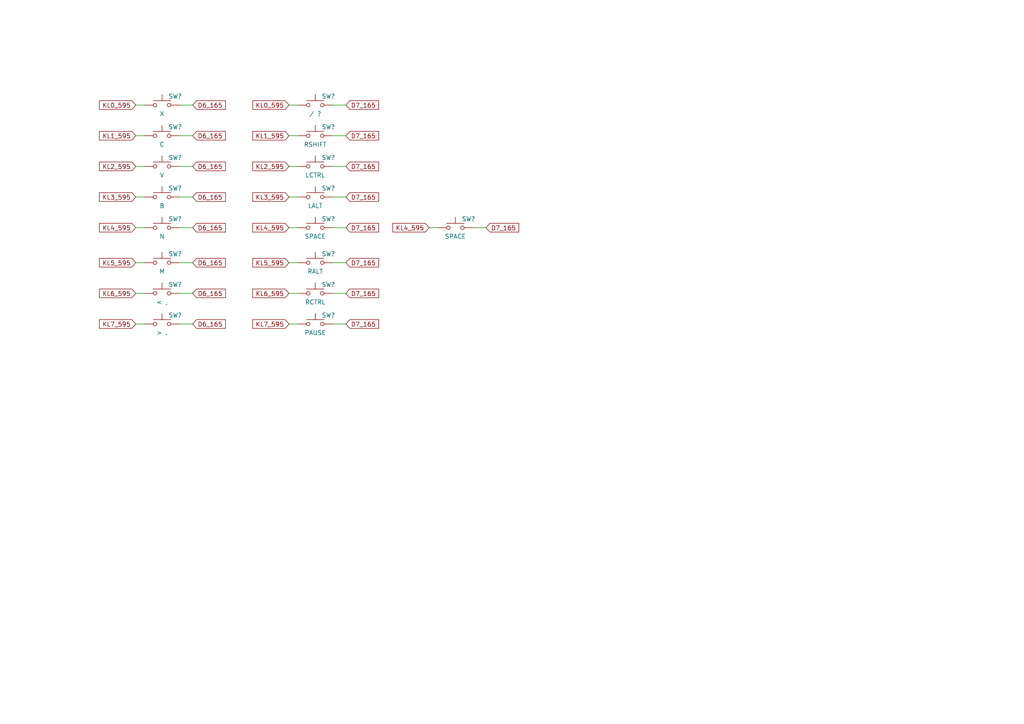
<source format=kicad_sch>
(kicad_sch (version 20211123) (generator eeschema)

  (uuid 10a62cb7-9ea3-41a0-9781-18280c18435a)

  (paper "A4")

  (lib_symbols
    (symbol "Switch:SW_Push" (pin_numbers hide) (pin_names (offset 1.016) hide) (in_bom yes) (on_board yes)
      (property "Reference" "SW" (id 0) (at 1.27 2.54 0)
        (effects (font (size 1.27 1.27)) (justify left))
      )
      (property "Value" "SW_Push" (id 1) (at 0 -1.524 0)
        (effects (font (size 1.27 1.27)))
      )
      (property "Footprint" "" (id 2) (at 0 5.08 0)
        (effects (font (size 1.27 1.27)) hide)
      )
      (property "Datasheet" "~" (id 3) (at 0 5.08 0)
        (effects (font (size 1.27 1.27)) hide)
      )
      (property "ki_keywords" "switch normally-open pushbutton push-button" (id 4) (at 0 0 0)
        (effects (font (size 1.27 1.27)) hide)
      )
      (property "ki_description" "Push button switch, generic, two pins" (id 5) (at 0 0 0)
        (effects (font (size 1.27 1.27)) hide)
      )
      (symbol "SW_Push_0_1"
        (circle (center -2.032 0) (radius 0.508)
          (stroke (width 0) (type default) (color 0 0 0 0))
          (fill (type none))
        )
        (polyline
          (pts
            (xy 0 1.27)
            (xy 0 3.048)
          )
          (stroke (width 0) (type default) (color 0 0 0 0))
          (fill (type none))
        )
        (polyline
          (pts
            (xy 2.54 1.27)
            (xy -2.54 1.27)
          )
          (stroke (width 0) (type default) (color 0 0 0 0))
          (fill (type none))
        )
        (circle (center 2.032 0) (radius 0.508)
          (stroke (width 0) (type default) (color 0 0 0 0))
          (fill (type none))
        )
        (pin passive line (at -5.08 0 0) (length 2.54)
          (name "1" (effects (font (size 1.27 1.27))))
          (number "1" (effects (font (size 1.27 1.27))))
        )
        (pin passive line (at 5.08 0 180) (length 2.54)
          (name "2" (effects (font (size 1.27 1.27))))
          (number "2" (effects (font (size 1.27 1.27))))
        )
      )
    )
  )


  (wire (pts (xy 83.82 76.2) (xy 86.36 76.2))
    (stroke (width 0) (type default) (color 0 0 0 0))
    (uuid 1069fb1c-1076-4ff0-bd35-3d9b118fde34)
  )
  (wire (pts (xy 96.52 93.98) (xy 100.33 93.98))
    (stroke (width 0) (type default) (color 0 0 0 0))
    (uuid 19a0ee55-5123-4633-8bdd-07426e3f8ccd)
  )
  (wire (pts (xy 137.16 66.04) (xy 140.97 66.04))
    (stroke (width 0) (type default) (color 0 0 0 0))
    (uuid 19ff2a53-5297-458c-9368-64ac8b7e1050)
  )
  (wire (pts (xy 39.37 39.37) (xy 41.91 39.37))
    (stroke (width 0) (type default) (color 0 0 0 0))
    (uuid 3d2a3c12-1483-4e09-82d4-3d5f130362f6)
  )
  (wire (pts (xy 52.07 76.2) (xy 55.88 76.2))
    (stroke (width 0) (type default) (color 0 0 0 0))
    (uuid 4109c296-5501-4610-876c-5db99f1d17dd)
  )
  (wire (pts (xy 83.82 30.48) (xy 86.36 30.48))
    (stroke (width 0) (type default) (color 0 0 0 0))
    (uuid 42b00490-8ebd-4c69-8a5c-03a1d058b7d2)
  )
  (wire (pts (xy 39.37 48.26) (xy 41.91 48.26))
    (stroke (width 0) (type default) (color 0 0 0 0))
    (uuid 42f5f39f-ca32-4ae9-9689-cf7f7c75792b)
  )
  (wire (pts (xy 52.07 66.04) (xy 55.88 66.04))
    (stroke (width 0) (type default) (color 0 0 0 0))
    (uuid 44026eb9-9bce-41d5-bd47-82eaa8d5f88d)
  )
  (wire (pts (xy 83.82 48.26) (xy 86.36 48.26))
    (stroke (width 0) (type default) (color 0 0 0 0))
    (uuid 5166bc67-037d-4af6-b627-29cd0b9c41a7)
  )
  (wire (pts (xy 52.07 85.09) (xy 55.88 85.09))
    (stroke (width 0) (type default) (color 0 0 0 0))
    (uuid 597f137f-0f5d-4e98-9bd9-c5e0f561908d)
  )
  (wire (pts (xy 52.07 48.26) (xy 55.88 48.26))
    (stroke (width 0) (type default) (color 0 0 0 0))
    (uuid 60b7af12-0a1d-4f61-8559-838a50a36713)
  )
  (wire (pts (xy 52.07 57.15) (xy 55.88 57.15))
    (stroke (width 0) (type default) (color 0 0 0 0))
    (uuid 665dfef1-3a4b-43b5-8dde-de6dd8a88358)
  )
  (wire (pts (xy 39.37 30.48) (xy 41.91 30.48))
    (stroke (width 0) (type default) (color 0 0 0 0))
    (uuid 6b5e8964-effe-4d3f-9f5e-efa9e3654d7a)
  )
  (wire (pts (xy 52.07 93.98) (xy 55.88 93.98))
    (stroke (width 0) (type default) (color 0 0 0 0))
    (uuid 6ee7f306-67ae-455c-93aa-c4d2eae079bb)
  )
  (wire (pts (xy 83.82 93.98) (xy 86.36 93.98))
    (stroke (width 0) (type default) (color 0 0 0 0))
    (uuid 6fd79c8b-3bd2-4d5c-8778-b6826b3bb761)
  )
  (wire (pts (xy 96.52 76.2) (xy 100.33 76.2))
    (stroke (width 0) (type default) (color 0 0 0 0))
    (uuid 70b930f7-ad11-4dfa-b884-47aeaaa0e64f)
  )
  (wire (pts (xy 83.82 39.37) (xy 86.36 39.37))
    (stroke (width 0) (type default) (color 0 0 0 0))
    (uuid 7a31b93f-6f3e-497d-a514-aca19401298b)
  )
  (wire (pts (xy 39.37 93.98) (xy 41.91 93.98))
    (stroke (width 0) (type default) (color 0 0 0 0))
    (uuid 7ba8a527-13d8-4dc7-97df-fe5a3ef04667)
  )
  (wire (pts (xy 96.52 85.09) (xy 100.33 85.09))
    (stroke (width 0) (type default) (color 0 0 0 0))
    (uuid 81444f1c-c98d-4595-b8ea-6f763fc538de)
  )
  (wire (pts (xy 96.52 57.15) (xy 100.33 57.15))
    (stroke (width 0) (type default) (color 0 0 0 0))
    (uuid 82c3e7fa-086d-400e-a578-c9270e71296f)
  )
  (wire (pts (xy 83.82 57.15) (xy 86.36 57.15))
    (stroke (width 0) (type default) (color 0 0 0 0))
    (uuid 83a0f9d9-15a3-45b0-8f2c-1f87b8e45e53)
  )
  (wire (pts (xy 124.46 66.04) (xy 127 66.04))
    (stroke (width 0) (type default) (color 0 0 0 0))
    (uuid 8ffbd386-373d-45cc-ae30-48a0c4e5ee5a)
  )
  (wire (pts (xy 39.37 57.15) (xy 41.91 57.15))
    (stroke (width 0) (type default) (color 0 0 0 0))
    (uuid 961694da-608a-4ae7-b55e-2d3777d9dac9)
  )
  (wire (pts (xy 39.37 76.2) (xy 41.91 76.2))
    (stroke (width 0) (type default) (color 0 0 0 0))
    (uuid 9ab5fd7b-a9d5-430f-a56c-16b7c472201a)
  )
  (wire (pts (xy 83.82 66.04) (xy 86.36 66.04))
    (stroke (width 0) (type default) (color 0 0 0 0))
    (uuid 9dbd7ed4-ea4d-496a-b441-4eb80f504cf5)
  )
  (wire (pts (xy 52.07 30.48) (xy 55.88 30.48))
    (stroke (width 0) (type default) (color 0 0 0 0))
    (uuid 9e27cc88-ad5a-4c5c-8129-12018faa8a2a)
  )
  (wire (pts (xy 83.82 85.09) (xy 86.36 85.09))
    (stroke (width 0) (type default) (color 0 0 0 0))
    (uuid a0d471ea-b10b-4b64-a469-1f365f2d5b91)
  )
  (wire (pts (xy 96.52 39.37) (xy 100.33 39.37))
    (stroke (width 0) (type default) (color 0 0 0 0))
    (uuid b0d9c239-f618-4cc8-8a8b-297565abf998)
  )
  (wire (pts (xy 96.52 48.26) (xy 100.33 48.26))
    (stroke (width 0) (type default) (color 0 0 0 0))
    (uuid becf2b27-345e-402e-98a4-fe66195eafd2)
  )
  (wire (pts (xy 39.37 85.09) (xy 41.91 85.09))
    (stroke (width 0) (type default) (color 0 0 0 0))
    (uuid c4532c7e-6abe-47b2-ba5e-f183207f179d)
  )
  (wire (pts (xy 96.52 66.04) (xy 100.33 66.04))
    (stroke (width 0) (type default) (color 0 0 0 0))
    (uuid d85245f4-dac5-4865-8c84-90a22786243d)
  )
  (wire (pts (xy 52.07 39.37) (xy 55.88 39.37))
    (stroke (width 0) (type default) (color 0 0 0 0))
    (uuid e1aa9d17-25b9-4d37-ae4d-f53576cc09fc)
  )
  (wire (pts (xy 39.37 66.04) (xy 41.91 66.04))
    (stroke (width 0) (type default) (color 0 0 0 0))
    (uuid e4426afd-8f33-49d3-9beb-640c62837f4b)
  )
  (wire (pts (xy 96.52 30.48) (xy 100.33 30.48))
    (stroke (width 0) (type default) (color 0 0 0 0))
    (uuid e95c8794-34e7-4c6d-b9ff-42f6b02f6ca3)
  )

  (global_label "D7_165" (shape input) (at 100.33 30.48 0) (fields_autoplaced)
    (effects (font (size 1.27 1.27)) (justify left))
    (uuid 0ab5cd59-db35-4eb7-b03d-ccc7a45adf3c)
    (property "Intersheet References" "${INTERSHEET_REFS}" (id 0) (at 109.8188 30.4006 0)
      (effects (font (size 1.27 1.27)) (justify left) hide)
    )
  )
  (global_label "D6_165" (shape input) (at 55.88 93.98 0) (fields_autoplaced)
    (effects (font (size 1.27 1.27)) (justify left))
    (uuid 166935b4-8eb0-4a2b-8d93-75493228ab12)
    (property "Intersheet References" "${INTERSHEET_REFS}" (id 0) (at 65.3688 93.9006 0)
      (effects (font (size 1.27 1.27)) (justify left) hide)
    )
  )
  (global_label "KL1_595" (shape input) (at 39.37 39.37 180) (fields_autoplaced)
    (effects (font (size 1.27 1.27)) (justify right))
    (uuid 190f8098-453c-4722-9bab-12c1f1df36b2)
    (property "Intersheet References" "${INTERSHEET_REFS}" (id 0) (at 28.8531 39.2906 0)
      (effects (font (size 1.27 1.27)) (justify right) hide)
    )
  )
  (global_label "KL4_595" (shape input) (at 83.82 66.04 180) (fields_autoplaced)
    (effects (font (size 1.27 1.27)) (justify right))
    (uuid 1ccbd141-17ab-4615-8cfe-3c23d83efa5b)
    (property "Intersheet References" "${INTERSHEET_REFS}" (id 0) (at 73.3031 65.9606 0)
      (effects (font (size 1.27 1.27)) (justify right) hide)
    )
  )
  (global_label "KL0_595" (shape input) (at 39.37 30.48 180) (fields_autoplaced)
    (effects (font (size 1.27 1.27)) (justify right))
    (uuid 2f4c06b1-d2c4-4baf-99cd-759dfbc9a0cb)
    (property "Intersheet References" "${INTERSHEET_REFS}" (id 0) (at 28.8531 30.4006 0)
      (effects (font (size 1.27 1.27)) (justify right) hide)
    )
  )
  (global_label "KL2_595" (shape input) (at 83.82 48.26 180) (fields_autoplaced)
    (effects (font (size 1.27 1.27)) (justify right))
    (uuid 3471d71e-d539-4be9-ad22-b06a64036381)
    (property "Intersheet References" "${INTERSHEET_REFS}" (id 0) (at 73.3031 48.1806 0)
      (effects (font (size 1.27 1.27)) (justify right) hide)
    )
  )
  (global_label "D6_165" (shape input) (at 55.88 76.2 0) (fields_autoplaced)
    (effects (font (size 1.27 1.27)) (justify left))
    (uuid 3963337e-dcbd-49aa-9f8b-a11eaa9a5bd9)
    (property "Intersheet References" "${INTERSHEET_REFS}" (id 0) (at 65.3688 76.1206 0)
      (effects (font (size 1.27 1.27)) (justify left) hide)
    )
  )
  (global_label "D7_165" (shape input) (at 100.33 85.09 0) (fields_autoplaced)
    (effects (font (size 1.27 1.27)) (justify left))
    (uuid 4cde1bed-b387-4a44-9fc1-a04e2ff716db)
    (property "Intersheet References" "${INTERSHEET_REFS}" (id 0) (at 109.8188 85.0106 0)
      (effects (font (size 1.27 1.27)) (justify left) hide)
    )
  )
  (global_label "D7_165" (shape input) (at 100.33 39.37 0) (fields_autoplaced)
    (effects (font (size 1.27 1.27)) (justify left))
    (uuid 56155ba3-5a7e-4b43-83be-0cf48e0d7d67)
    (property "Intersheet References" "${INTERSHEET_REFS}" (id 0) (at 109.8188 39.2906 0)
      (effects (font (size 1.27 1.27)) (justify left) hide)
    )
  )
  (global_label "D6_165" (shape input) (at 55.88 85.09 0) (fields_autoplaced)
    (effects (font (size 1.27 1.27)) (justify left))
    (uuid 5b854b8d-f4d9-4aca-ad3e-56e47e90c330)
    (property "Intersheet References" "${INTERSHEET_REFS}" (id 0) (at 65.3688 85.0106 0)
      (effects (font (size 1.27 1.27)) (justify left) hide)
    )
  )
  (global_label "D7_165" (shape input) (at 100.33 66.04 0) (fields_autoplaced)
    (effects (font (size 1.27 1.27)) (justify left))
    (uuid 631fffbc-a36e-462f-960c-2f7b362c9985)
    (property "Intersheet References" "${INTERSHEET_REFS}" (id 0) (at 109.8188 65.9606 0)
      (effects (font (size 1.27 1.27)) (justify left) hide)
    )
  )
  (global_label "D7_165" (shape input) (at 100.33 57.15 0) (fields_autoplaced)
    (effects (font (size 1.27 1.27)) (justify left))
    (uuid 798cea1e-f86a-41ad-92d3-874d260ea9e7)
    (property "Intersheet References" "${INTERSHEET_REFS}" (id 0) (at 109.8188 57.0706 0)
      (effects (font (size 1.27 1.27)) (justify left) hide)
    )
  )
  (global_label "KL7_595" (shape input) (at 83.82 93.98 180) (fields_autoplaced)
    (effects (font (size 1.27 1.27)) (justify right))
    (uuid 7ec71cbf-0039-4123-8ad7-082f9423cb73)
    (property "Intersheet References" "${INTERSHEET_REFS}" (id 0) (at 73.3031 93.9006 0)
      (effects (font (size 1.27 1.27)) (justify right) hide)
    )
  )
  (global_label "D7_165" (shape input) (at 140.97 66.04 0) (fields_autoplaced)
    (effects (font (size 1.27 1.27)) (justify left))
    (uuid 8243c3f0-10db-4d90-b39e-f8740b65398a)
    (property "Intersheet References" "${INTERSHEET_REFS}" (id 0) (at 150.4588 65.9606 0)
      (effects (font (size 1.27 1.27)) (justify left) hide)
    )
  )
  (global_label "D6_165" (shape input) (at 55.88 48.26 0) (fields_autoplaced)
    (effects (font (size 1.27 1.27)) (justify left))
    (uuid 88ac2dcd-48ce-4459-b509-b97c96ba06d0)
    (property "Intersheet References" "${INTERSHEET_REFS}" (id 0) (at 65.3688 48.1806 0)
      (effects (font (size 1.27 1.27)) (justify left) hide)
    )
  )
  (global_label "D6_165" (shape input) (at 55.88 66.04 0) (fields_autoplaced)
    (effects (font (size 1.27 1.27)) (justify left))
    (uuid 8a80e3be-3817-44c0-a908-4eb54a8f1cb4)
    (property "Intersheet References" "${INTERSHEET_REFS}" (id 0) (at 65.3688 65.9606 0)
      (effects (font (size 1.27 1.27)) (justify left) hide)
    )
  )
  (global_label "D6_165" (shape input) (at 55.88 30.48 0) (fields_autoplaced)
    (effects (font (size 1.27 1.27)) (justify left))
    (uuid 8ba40471-6fa7-4a84-aaa9-b702b872f18e)
    (property "Intersheet References" "${INTERSHEET_REFS}" (id 0) (at 65.3688 30.4006 0)
      (effects (font (size 1.27 1.27)) (justify left) hide)
    )
  )
  (global_label "KL3_595" (shape input) (at 39.37 57.15 180) (fields_autoplaced)
    (effects (font (size 1.27 1.27)) (justify right))
    (uuid 8e8885c9-4034-470b-8927-7146632d21e3)
    (property "Intersheet References" "${INTERSHEET_REFS}" (id 0) (at 28.8531 57.0706 0)
      (effects (font (size 1.27 1.27)) (justify right) hide)
    )
  )
  (global_label "D7_165" (shape input) (at 100.33 76.2 0) (fields_autoplaced)
    (effects (font (size 1.27 1.27)) (justify left))
    (uuid 90f2e469-cfd1-45cc-8ca3-6c248b83ea4d)
    (property "Intersheet References" "${INTERSHEET_REFS}" (id 0) (at 109.8188 76.1206 0)
      (effects (font (size 1.27 1.27)) (justify left) hide)
    )
  )
  (global_label "KL0_595" (shape input) (at 83.82 30.48 180) (fields_autoplaced)
    (effects (font (size 1.27 1.27)) (justify right))
    (uuid 9bd9ac95-3cb3-409f-864b-5f9d06ba6486)
    (property "Intersheet References" "${INTERSHEET_REFS}" (id 0) (at 73.3031 30.4006 0)
      (effects (font (size 1.27 1.27)) (justify right) hide)
    )
  )
  (global_label "D6_165" (shape input) (at 55.88 39.37 0) (fields_autoplaced)
    (effects (font (size 1.27 1.27)) (justify left))
    (uuid b39e12e5-2659-4cdc-8d42-d6e9e3e150f2)
    (property "Intersheet References" "${INTERSHEET_REFS}" (id 0) (at 65.3688 39.2906 0)
      (effects (font (size 1.27 1.27)) (justify left) hide)
    )
  )
  (global_label "D7_165" (shape input) (at 100.33 48.26 0) (fields_autoplaced)
    (effects (font (size 1.27 1.27)) (justify left))
    (uuid b5743f30-870f-4b5b-86cf-081fd7fbed1f)
    (property "Intersheet References" "${INTERSHEET_REFS}" (id 0) (at 109.8188 48.1806 0)
      (effects (font (size 1.27 1.27)) (justify left) hide)
    )
  )
  (global_label "KL5_595" (shape input) (at 39.37 76.2 180) (fields_autoplaced)
    (effects (font (size 1.27 1.27)) (justify right))
    (uuid b61759a8-8bab-407c-9cd5-04da96ef1dae)
    (property "Intersheet References" "${INTERSHEET_REFS}" (id 0) (at 28.8531 76.1206 0)
      (effects (font (size 1.27 1.27)) (justify right) hide)
    )
  )
  (global_label "KL1_595" (shape input) (at 83.82 39.37 180) (fields_autoplaced)
    (effects (font (size 1.27 1.27)) (justify right))
    (uuid be92fb4a-079d-4019-bb9c-2640e4c1096d)
    (property "Intersheet References" "${INTERSHEET_REFS}" (id 0) (at 73.3031 39.2906 0)
      (effects (font (size 1.27 1.27)) (justify right) hide)
    )
  )
  (global_label "KL5_595" (shape input) (at 83.82 76.2 180) (fields_autoplaced)
    (effects (font (size 1.27 1.27)) (justify right))
    (uuid c83f0dd8-3689-475c-9ab9-178cefd24fa8)
    (property "Intersheet References" "${INTERSHEET_REFS}" (id 0) (at 73.3031 76.1206 0)
      (effects (font (size 1.27 1.27)) (justify right) hide)
    )
  )
  (global_label "KL3_595" (shape input) (at 83.82 57.15 180) (fields_autoplaced)
    (effects (font (size 1.27 1.27)) (justify right))
    (uuid cd1ab58a-e3bc-4845-a587-cb01e1da7ca0)
    (property "Intersheet References" "${INTERSHEET_REFS}" (id 0) (at 73.3031 57.0706 0)
      (effects (font (size 1.27 1.27)) (justify right) hide)
    )
  )
  (global_label "KL6_595" (shape input) (at 39.37 85.09 180) (fields_autoplaced)
    (effects (font (size 1.27 1.27)) (justify right))
    (uuid dc104f8b-b0f9-4984-8d17-3a578dab4eeb)
    (property "Intersheet References" "${INTERSHEET_REFS}" (id 0) (at 28.8531 85.0106 0)
      (effects (font (size 1.27 1.27)) (justify right) hide)
    )
  )
  (global_label "KL4_595" (shape input) (at 124.46 66.04 180) (fields_autoplaced)
    (effects (font (size 1.27 1.27)) (justify right))
    (uuid e711f454-000f-4652-b5ef-5c6d8e358c9d)
    (property "Intersheet References" "${INTERSHEET_REFS}" (id 0) (at 113.9431 65.9606 0)
      (effects (font (size 1.27 1.27)) (justify right) hide)
    )
  )
  (global_label "KL7_595" (shape input) (at 39.37 93.98 180) (fields_autoplaced)
    (effects (font (size 1.27 1.27)) (justify right))
    (uuid e9998ea9-1a8e-4256-83b6-76661ad6f2e1)
    (property "Intersheet References" "${INTERSHEET_REFS}" (id 0) (at 28.8531 93.9006 0)
      (effects (font (size 1.27 1.27)) (justify right) hide)
    )
  )
  (global_label "KL6_595" (shape input) (at 83.82 85.09 180) (fields_autoplaced)
    (effects (font (size 1.27 1.27)) (justify right))
    (uuid e9dd7094-78c3-4906-a1ad-fcc991efb21d)
    (property "Intersheet References" "${INTERSHEET_REFS}" (id 0) (at 73.3031 85.0106 0)
      (effects (font (size 1.27 1.27)) (justify right) hide)
    )
  )
  (global_label "D6_165" (shape input) (at 55.88 57.15 0) (fields_autoplaced)
    (effects (font (size 1.27 1.27)) (justify left))
    (uuid ef24ef28-ed01-4768-9f0f-f9f8b24be52f)
    (property "Intersheet References" "${INTERSHEET_REFS}" (id 0) (at 65.3688 57.0706 0)
      (effects (font (size 1.27 1.27)) (justify left) hide)
    )
  )
  (global_label "KL4_595" (shape input) (at 39.37 66.04 180) (fields_autoplaced)
    (effects (font (size 1.27 1.27)) (justify right))
    (uuid f210fbab-0096-4847-9318-72aa6417207d)
    (property "Intersheet References" "${INTERSHEET_REFS}" (id 0) (at 28.8531 65.9606 0)
      (effects (font (size 1.27 1.27)) (justify right) hide)
    )
  )
  (global_label "KL2_595" (shape input) (at 39.37 48.26 180) (fields_autoplaced)
    (effects (font (size 1.27 1.27)) (justify right))
    (uuid f4e7d3f1-1661-4e91-afff-a9104cf35f82)
    (property "Intersheet References" "${INTERSHEET_REFS}" (id 0) (at 28.8531 48.1806 0)
      (effects (font (size 1.27 1.27)) (justify right) hide)
    )
  )
  (global_label "D7_165" (shape input) (at 100.33 93.98 0) (fields_autoplaced)
    (effects (font (size 1.27 1.27)) (justify left))
    (uuid fe309b92-16d7-47c4-a2d3-563d73222fb9)
    (property "Intersheet References" "${INTERSHEET_REFS}" (id 0) (at 109.8188 93.9006 0)
      (effects (font (size 1.27 1.27)) (justify left) hide)
    )
  )

  (symbol (lib_id "Switch:SW_Push") (at 46.99 66.04 0) (unit 1)
    (in_bom yes) (on_board yes)
    (uuid 0b2619c2-a79b-46b3-975c-ffd26476399e)
    (property "Reference" "SW?" (id 0) (at 50.8 63.5 0))
    (property "Value" "N" (id 1) (at 46.99 68.58 0))
    (property "Footprint" "Button_Switch_THT:SW_PUSH_6mm_H4.3mm" (id 2) (at 46.99 60.96 0)
      (effects (font (size 1.27 1.27)) hide)
    )
    (property "Datasheet" "~" (id 3) (at 46.99 60.96 0)
      (effects (font (size 1.27 1.27)) hide)
    )
    (pin "1" (uuid 04152ff4-fdf2-45da-9101-d875c55931e5))
    (pin "2" (uuid 3931c10f-7079-47a7-baa7-623d0f52ca39))
  )

  (symbol (lib_id "Switch:SW_Push") (at 91.44 85.09 0) (unit 1)
    (in_bom yes) (on_board yes)
    (uuid 12aa0a31-6ace-4553-8fc4-f68d7eb48a50)
    (property "Reference" "SW?" (id 0) (at 95.25 82.55 0))
    (property "Value" "RCTRL" (id 1) (at 91.44 87.63 0))
    (property "Footprint" "Button_Switch_THT:SW_PUSH_6mm_H4.3mm" (id 2) (at 91.44 80.01 0)
      (effects (font (size 1.27 1.27)) hide)
    )
    (property "Datasheet" "~" (id 3) (at 91.44 80.01 0)
      (effects (font (size 1.27 1.27)) hide)
    )
    (pin "1" (uuid e94c963a-1c46-44e5-9357-ec488b1cd5f1))
    (pin "2" (uuid 9d03fa79-84d2-4642-b383-64b5828e998e))
  )

  (symbol (lib_id "Switch:SW_Push") (at 132.08 66.04 0) (unit 1)
    (in_bom yes) (on_board yes)
    (uuid 294237af-56c1-48e1-b623-bd271b3740a4)
    (property "Reference" "SW?" (id 0) (at 135.89 63.5 0))
    (property "Value" "SPACE" (id 1) (at 132.08 68.58 0))
    (property "Footprint" "Button_Switch_THT:SW_PUSH_6mm_H4.3mm" (id 2) (at 132.08 60.96 0)
      (effects (font (size 1.27 1.27)) hide)
    )
    (property "Datasheet" "~" (id 3) (at 132.08 60.96 0)
      (effects (font (size 1.27 1.27)) hide)
    )
    (pin "1" (uuid 80b68f4b-5e18-4a6d-ba59-ad8b932bacce))
    (pin "2" (uuid df47fce9-1837-4a38-a317-1e76995c2d0a))
  )

  (symbol (lib_id "Switch:SW_Push") (at 91.44 48.26 0) (unit 1)
    (in_bom yes) (on_board yes)
    (uuid 2fea542b-549a-42cc-9778-fc08da617dfd)
    (property "Reference" "SW?" (id 0) (at 95.25 45.72 0))
    (property "Value" "LCTRL" (id 1) (at 91.44 50.8 0))
    (property "Footprint" "Button_Switch_THT:SW_PUSH_6mm_H4.3mm" (id 2) (at 91.44 43.18 0)
      (effects (font (size 1.27 1.27)) hide)
    )
    (property "Datasheet" "~" (id 3) (at 91.44 43.18 0)
      (effects (font (size 1.27 1.27)) hide)
    )
    (pin "1" (uuid f36c9bb2-258f-4a74-9d94-baa20d453699))
    (pin "2" (uuid 122f9a6a-7bbb-4afa-8054-6d80273fc739))
  )

  (symbol (lib_id "Switch:SW_Push") (at 91.44 93.98 0) (unit 1)
    (in_bom yes) (on_board yes)
    (uuid 33c089b9-c3b5-4348-ba57-765f9aeee6c7)
    (property "Reference" "SW?" (id 0) (at 95.25 91.44 0))
    (property "Value" "PAUSE" (id 1) (at 91.44 96.52 0))
    (property "Footprint" "Button_Switch_THT:SW_PUSH_6mm_H4.3mm" (id 2) (at 91.44 88.9 0)
      (effects (font (size 1.27 1.27)) hide)
    )
    (property "Datasheet" "~" (id 3) (at 91.44 88.9 0)
      (effects (font (size 1.27 1.27)) hide)
    )
    (pin "1" (uuid f512138f-b275-4124-913b-bb339265eae6))
    (pin "2" (uuid 95cbef73-7b95-47b1-b171-bb26794ad995))
  )

  (symbol (lib_id "Switch:SW_Push") (at 46.99 39.37 0) (unit 1)
    (in_bom yes) (on_board yes)
    (uuid 40b92754-f523-4501-bd84-388145894b4a)
    (property "Reference" "SW?" (id 0) (at 50.8 36.83 0))
    (property "Value" "C" (id 1) (at 46.99 41.91 0))
    (property "Footprint" "Button_Switch_THT:SW_PUSH_6mm_H4.3mm" (id 2) (at 46.99 34.29 0)
      (effects (font (size 1.27 1.27)) hide)
    )
    (property "Datasheet" "~" (id 3) (at 46.99 34.29 0)
      (effects (font (size 1.27 1.27)) hide)
    )
    (pin "1" (uuid d45cbd0f-407d-4344-8a6f-e89f4d9dc039))
    (pin "2" (uuid 411aff07-e66c-4e64-98c8-6f7e25ce543a))
  )

  (symbol (lib_id "Switch:SW_Push") (at 91.44 30.48 0) (unit 1)
    (in_bom yes) (on_board yes)
    (uuid 6dc4c20a-f886-44fb-b952-b66c3fd303d9)
    (property "Reference" "SW?" (id 0) (at 95.25 27.94 0))
    (property "Value" "/ ?" (id 1) (at 91.44 33.02 0))
    (property "Footprint" "Button_Switch_THT:SW_PUSH_6mm_H4.3mm" (id 2) (at 91.44 25.4 0)
      (effects (font (size 1.27 1.27)) hide)
    )
    (property "Datasheet" "~" (id 3) (at 91.44 25.4 0)
      (effects (font (size 1.27 1.27)) hide)
    )
    (pin "1" (uuid 3e710e96-fdd8-4243-880d-a5f109393c9e))
    (pin "2" (uuid 50284202-6e82-4a0e-8aa4-af5577a7c69f))
  )

  (symbol (lib_id "Switch:SW_Push") (at 91.44 76.2 0) (unit 1)
    (in_bom yes) (on_board yes)
    (uuid 76fafd92-be93-4341-a8b3-9b21595df9a2)
    (property "Reference" "SW?" (id 0) (at 95.25 73.66 0))
    (property "Value" "RALT" (id 1) (at 91.44 78.74 0))
    (property "Footprint" "Button_Switch_THT:SW_PUSH_6mm_H4.3mm" (id 2) (at 91.44 71.12 0)
      (effects (font (size 1.27 1.27)) hide)
    )
    (property "Datasheet" "~" (id 3) (at 91.44 71.12 0)
      (effects (font (size 1.27 1.27)) hide)
    )
    (pin "1" (uuid 8777a2ab-7958-4709-8853-ef14e1b905af))
    (pin "2" (uuid 9cf00f05-1177-46ed-8489-894be00c0a2e))
  )

  (symbol (lib_id "Switch:SW_Push") (at 46.99 93.98 0) (unit 1)
    (in_bom yes) (on_board yes)
    (uuid 901fb12c-e8a6-4cbe-83f7-14018227c97b)
    (property "Reference" "SW?" (id 0) (at 50.8 91.44 0))
    (property "Value" "> ." (id 1) (at 46.99 96.52 0))
    (property "Footprint" "Button_Switch_THT:SW_PUSH_6mm_H4.3mm" (id 2) (at 46.99 88.9 0)
      (effects (font (size 1.27 1.27)) hide)
    )
    (property "Datasheet" "~" (id 3) (at 46.99 88.9 0)
      (effects (font (size 1.27 1.27)) hide)
    )
    (pin "1" (uuid 51eb1724-cfa8-4789-ad3e-05f85e46446d))
    (pin "2" (uuid a56c849f-b5fa-43c3-99d1-4e900a3803e6))
  )

  (symbol (lib_id "Switch:SW_Push") (at 91.44 57.15 0) (unit 1)
    (in_bom yes) (on_board yes)
    (uuid a1d2c864-58ac-408a-a4c1-0d30157eafb5)
    (property "Reference" "SW?" (id 0) (at 95.25 54.61 0))
    (property "Value" "LALT" (id 1) (at 91.44 59.69 0))
    (property "Footprint" "Button_Switch_THT:SW_PUSH_6mm_H4.3mm" (id 2) (at 91.44 52.07 0)
      (effects (font (size 1.27 1.27)) hide)
    )
    (property "Datasheet" "~" (id 3) (at 91.44 52.07 0)
      (effects (font (size 1.27 1.27)) hide)
    )
    (pin "1" (uuid ec6d77a1-acde-465e-a43e-888090de3dbd))
    (pin "2" (uuid 0abf598e-8b7a-4b34-a207-c44ecd1e560d))
  )

  (symbol (lib_id "Switch:SW_Push") (at 46.99 57.15 0) (unit 1)
    (in_bom yes) (on_board yes)
    (uuid a9c00f61-0f87-4640-b364-76d9afa132fd)
    (property "Reference" "SW?" (id 0) (at 50.8 54.61 0))
    (property "Value" "B" (id 1) (at 46.99 59.69 0))
    (property "Footprint" "Button_Switch_THT:SW_PUSH_6mm_H4.3mm" (id 2) (at 46.99 52.07 0)
      (effects (font (size 1.27 1.27)) hide)
    )
    (property "Datasheet" "~" (id 3) (at 46.99 52.07 0)
      (effects (font (size 1.27 1.27)) hide)
    )
    (pin "1" (uuid 62dcf6ba-aad5-42ea-8b0e-45366fefbf45))
    (pin "2" (uuid f1d099da-d6ba-408d-a61f-065b2dfb323f))
  )

  (symbol (lib_id "Switch:SW_Push") (at 46.99 30.48 0) (unit 1)
    (in_bom yes) (on_board yes)
    (uuid af80a260-90f3-45f8-9880-33c008f562b5)
    (property "Reference" "SW?" (id 0) (at 50.8 27.94 0))
    (property "Value" "X" (id 1) (at 46.99 33.02 0))
    (property "Footprint" "Button_Switch_THT:SW_PUSH_6mm_H4.3mm" (id 2) (at 46.99 25.4 0)
      (effects (font (size 1.27 1.27)) hide)
    )
    (property "Datasheet" "~" (id 3) (at 46.99 25.4 0)
      (effects (font (size 1.27 1.27)) hide)
    )
    (pin "1" (uuid c215430e-a8d4-4085-9c4c-7806202aefec))
    (pin "2" (uuid 55422ae8-5644-4831-bbf2-23300a2d1584))
  )

  (symbol (lib_id "Switch:SW_Push") (at 46.99 76.2 0) (unit 1)
    (in_bom yes) (on_board yes)
    (uuid cb9a760e-d159-4288-9bd5-473dc61242c8)
    (property "Reference" "SW?" (id 0) (at 50.8 73.66 0))
    (property "Value" "M" (id 1) (at 46.99 78.74 0))
    (property "Footprint" "Button_Switch_THT:SW_PUSH_6mm_H4.3mm" (id 2) (at 46.99 71.12 0)
      (effects (font (size 1.27 1.27)) hide)
    )
    (property "Datasheet" "~" (id 3) (at 46.99 71.12 0)
      (effects (font (size 1.27 1.27)) hide)
    )
    (pin "1" (uuid 368db014-96b0-477c-bd53-0aea17aa61c2))
    (pin "2" (uuid b0455021-f79c-4157-92c5-5534a6e36654))
  )

  (symbol (lib_id "Switch:SW_Push") (at 91.44 66.04 0) (unit 1)
    (in_bom yes) (on_board yes)
    (uuid cd1bd952-6c43-4d10-b479-6f55f20e3475)
    (property "Reference" "SW?" (id 0) (at 95.25 63.5 0))
    (property "Value" "SPACE" (id 1) (at 91.44 68.58 0))
    (property "Footprint" "Button_Switch_THT:SW_PUSH_6mm_H4.3mm" (id 2) (at 91.44 60.96 0)
      (effects (font (size 1.27 1.27)) hide)
    )
    (property "Datasheet" "~" (id 3) (at 91.44 60.96 0)
      (effects (font (size 1.27 1.27)) hide)
    )
    (pin "1" (uuid e98cfe3c-219f-40aa-a51c-41aeba0f7e3f))
    (pin "2" (uuid 9787e3b5-66dc-42f3-94ac-72b0a8e56c6c))
  )

  (symbol (lib_id "Switch:SW_Push") (at 46.99 85.09 0) (unit 1)
    (in_bom yes) (on_board yes)
    (uuid e7709f82-24bd-4816-bf49-70fda763f14e)
    (property "Reference" "SW?" (id 0) (at 50.8 82.55 0))
    (property "Value" "< ," (id 1) (at 46.99 87.63 0))
    (property "Footprint" "Button_Switch_THT:SW_PUSH_6mm_H4.3mm" (id 2) (at 46.99 80.01 0)
      (effects (font (size 1.27 1.27)) hide)
    )
    (property "Datasheet" "~" (id 3) (at 46.99 80.01 0)
      (effects (font (size 1.27 1.27)) hide)
    )
    (pin "1" (uuid 1e12f057-9767-45d4-ad7b-6728fd70881d))
    (pin "2" (uuid 3ccf0ce0-6d66-4290-ab7f-3ee5a6a2a5ed))
  )

  (symbol (lib_id "Switch:SW_Push") (at 91.44 39.37 0) (unit 1)
    (in_bom yes) (on_board yes)
    (uuid f781e48a-502f-40a0-a6f1-f40f5fa02b97)
    (property "Reference" "SW?" (id 0) (at 95.25 36.83 0))
    (property "Value" "RSHIFT" (id 1) (at 91.44 41.91 0))
    (property "Footprint" "Button_Switch_THT:SW_PUSH_6mm_H4.3mm" (id 2) (at 91.44 34.29 0)
      (effects (font (size 1.27 1.27)) hide)
    )
    (property "Datasheet" "~" (id 3) (at 91.44 34.29 0)
      (effects (font (size 1.27 1.27)) hide)
    )
    (pin "1" (uuid 75f916af-43e5-4fb3-a45b-69dadef4969a))
    (pin "2" (uuid dca79917-0962-46cc-9c46-ede6bbe1319a))
  )

  (symbol (lib_id "Switch:SW_Push") (at 46.99 48.26 0) (unit 1)
    (in_bom yes) (on_board yes)
    (uuid ffbc3242-f6d5-4071-8e30-32a4a07b5783)
    (property "Reference" "SW?" (id 0) (at 50.8 45.72 0))
    (property "Value" "V" (id 1) (at 46.99 50.8 0))
    (property "Footprint" "Button_Switch_THT:SW_PUSH_6mm_H4.3mm" (id 2) (at 46.99 43.18 0)
      (effects (font (size 1.27 1.27)) hide)
    )
    (property "Datasheet" "~" (id 3) (at 46.99 43.18 0)
      (effects (font (size 1.27 1.27)) hide)
    )
    (pin "1" (uuid 99747fff-fb74-44f2-9922-e234dce82e3f))
    (pin "2" (uuid 44bae333-12b5-4809-b7a2-0b034f48b738))
  )
)

</source>
